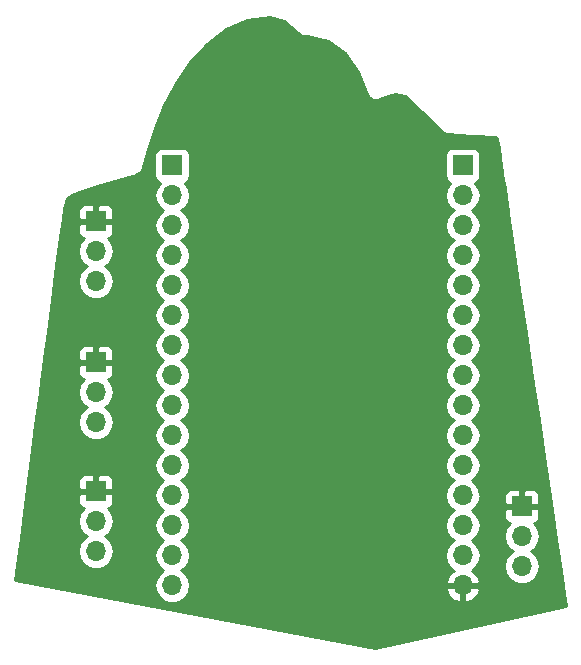
<source format=gtl>
G04 #@! TF.GenerationSoftware,KiCad,Pcbnew,(5.0.0-3-g5ebb6b6)*
G04 #@! TF.CreationDate,2018-08-30T21:54:11-04:00*
G04 #@! TF.ProjectId,PCB,5043422E6B696361645F706362000000,rev?*
G04 #@! TF.SameCoordinates,Original*
G04 #@! TF.FileFunction,Copper,L1,Top,Signal*
G04 #@! TF.FilePolarity,Positive*
%FSLAX46Y46*%
G04 Gerber Fmt 4.6, Leading zero omitted, Abs format (unit mm)*
G04 Created by KiCad (PCBNEW (5.0.0-3-g5ebb6b6)) date Thursday, August 30, 2018 at 09:54:11 PM*
%MOMM*%
%LPD*%
G01*
G04 APERTURE LIST*
G04 #@! TA.AperFunction,ComponentPad*
%ADD10O,1.700000X1.700000*%
G04 #@! TD*
G04 #@! TA.AperFunction,ComponentPad*
%ADD11R,1.700000X1.700000*%
G04 #@! TD*
G04 #@! TA.AperFunction,Conductor*
%ADD12C,0.254000*%
G04 #@! TD*
G04 APERTURE END LIST*
D10*
G04 #@! TO.P,U1,15*
G04 #@! TO.N,VCC*
X87954000Y-139796000D03*
G04 #@! TO.P,U1,14*
G04 #@! TO.N,GND*
X87954000Y-137256000D03*
G04 #@! TO.P,U1,13*
G04 #@! TO.N,Net-(U1-Pad13)*
X87954000Y-134716000D03*
G04 #@! TO.P,U1,12*
G04 #@! TO.N,Net-(U1-Pad12)*
X87954000Y-132176000D03*
G04 #@! TO.P,U1,11*
G04 #@! TO.N,Net-(U1-Pad11)*
X87954000Y-129636000D03*
G04 #@! TO.P,U1,10*
G04 #@! TO.N,GND*
X87954000Y-127096000D03*
G04 #@! TO.P,U1,9*
G04 #@! TO.N,Net-(U1-Pad9)*
X87954000Y-124556000D03*
G04 #@! TO.P,U1,8*
G04 #@! TO.N,Net-(U1-Pad8)*
X87954000Y-122016000D03*
G04 #@! TO.P,U1,7*
G04 #@! TO.N,Net-(U1-Pad7)*
X87954000Y-119476000D03*
G04 #@! TO.P,U1,6*
G04 #@! TO.N,Net-(U1-Pad6)*
X87954000Y-116936000D03*
G04 #@! TO.P,U1,5*
G04 #@! TO.N,Net-(U1-Pad5)*
X87954000Y-114396000D03*
G04 #@! TO.P,U1,4*
G04 #@! TO.N,Net-(U1-Pad4)*
X87954000Y-111856000D03*
G04 #@! TO.P,U1,3*
G04 #@! TO.N,Net-(U1-Pad3)*
X87954000Y-109316000D03*
G04 #@! TO.P,U1,2*
G04 #@! TO.N,GND*
X87954000Y-106776000D03*
D11*
G04 #@! TO.P,U1,1*
G04 #@! TO.N,Net-(U1-Pad1)*
X87954000Y-104236000D03*
D10*
G04 #@! TO.P,U1,29*
G04 #@! TO.N,GND*
X63354000Y-137256000D03*
G04 #@! TO.P,U1,28*
G04 #@! TO.N,Net-(U1-Pad28)*
X63354000Y-134716000D03*
G04 #@! TO.P,U1,27*
G04 #@! TO.N,Net-(U1-Pad27)*
X63354000Y-132176000D03*
G04 #@! TO.P,U1,26*
G04 #@! TO.N,Net-(U1-Pad26)*
X63354000Y-129636000D03*
G04 #@! TO.P,U1,25*
G04 #@! TO.N,Net-(U1-Pad25)*
X63354000Y-127096000D03*
G04 #@! TO.P,U1,18*
G04 #@! TO.N,/FLOW3*
X63354000Y-109316000D03*
G04 #@! TO.P,U1,17*
G04 #@! TO.N,/FLOW2*
X63354000Y-106776000D03*
D11*
G04 #@! TO.P,U1,16*
G04 #@! TO.N,/FLOW1*
X63354000Y-104236000D03*
D10*
G04 #@! TO.P,U1,20*
G04 #@! TO.N,Net-(U1-Pad20)*
X63354000Y-114396000D03*
G04 #@! TO.P,U1,19*
G04 #@! TO.N,/FLOW4*
X63354000Y-111856000D03*
G04 #@! TO.P,U1,30*
G04 #@! TO.N,Net-(U1-Pad30)*
X63354000Y-139796000D03*
G04 #@! TO.P,U1,24*
G04 #@! TO.N,Net-(U1-Pad24)*
X63354000Y-124556000D03*
G04 #@! TO.P,U1,23*
G04 #@! TO.N,Net-(U1-Pad23)*
X63354000Y-122016000D03*
G04 #@! TO.P,U1,22*
G04 #@! TO.N,GND*
X63354000Y-119476000D03*
G04 #@! TO.P,U1,21*
G04 #@! TO.N,Net-(U1-Pad21)*
X63354000Y-116936000D03*
G04 #@! TD*
G04 #@! TO.P,J1,3*
G04 #@! TO.N,GND*
X56896000Y-114046000D03*
G04 #@! TO.P,J1,2*
G04 #@! TO.N,/FLOW1*
X56896000Y-111506000D03*
D11*
G04 #@! TO.P,J1,1*
G04 #@! TO.N,VCC*
X56896000Y-108966000D03*
G04 #@! TD*
D10*
G04 #@! TO.P,J2,3*
G04 #@! TO.N,GND*
X56896000Y-125984000D03*
G04 #@! TO.P,J2,2*
G04 #@! TO.N,/FLOW2*
X56896000Y-123444000D03*
D11*
G04 #@! TO.P,J2,1*
G04 #@! TO.N,VCC*
X56896000Y-120904000D03*
G04 #@! TD*
G04 #@! TO.P,J3,1*
G04 #@! TO.N,VCC*
X56896000Y-131826000D03*
D10*
G04 #@! TO.P,J3,2*
G04 #@! TO.N,/FLOW3*
X56896000Y-134366000D03*
G04 #@! TO.P,J3,3*
G04 #@! TO.N,GND*
X56896000Y-136906000D03*
G04 #@! TD*
D11*
G04 #@! TO.P,J4,1*
G04 #@! TO.N,VCC*
X92964000Y-133096000D03*
D10*
G04 #@! TO.P,J4,2*
G04 #@! TO.N,/FLOW4*
X92964000Y-135636000D03*
G04 #@! TO.P,J4,3*
G04 #@! TO.N,GND*
X92964000Y-138176000D03*
G04 #@! TD*
D12*
G04 #@! TO.N,VCC*
G36*
X72815418Y-91969837D02*
X74036038Y-93043224D01*
X74062770Y-93083231D01*
X74140894Y-93135432D01*
X74158054Y-93150522D01*
X74198765Y-93174100D01*
X74297015Y-93239749D01*
X74320016Y-93244324D01*
X74340309Y-93256077D01*
X74457434Y-93271658D01*
X74503583Y-93280838D01*
X74526437Y-93280838D01*
X74619573Y-93293228D01*
X74666065Y-93280838D01*
X74760457Y-93280838D01*
X76575764Y-93681246D01*
X77961664Y-94722909D01*
X79066144Y-96301457D01*
X79869375Y-98167883D01*
X79872042Y-98196592D01*
X79924698Y-98296434D01*
X79941226Y-98334839D01*
X79957176Y-98358016D01*
X80003465Y-98445785D01*
X80036376Y-98473101D01*
X80060626Y-98508339D01*
X80143892Y-98562340D01*
X80220246Y-98625714D01*
X80261105Y-98638356D01*
X80296994Y-98661632D01*
X80394584Y-98679658D01*
X80489382Y-98708990D01*
X80531970Y-98705034D01*
X80574032Y-98712803D01*
X80671094Y-98692110D01*
X80699093Y-98689509D01*
X80739143Y-98677602D01*
X80849565Y-98654061D01*
X80873323Y-98637711D01*
X82258330Y-98225954D01*
X83062613Y-98315319D01*
X84647878Y-99865907D01*
X86074891Y-101287674D01*
X86096807Y-101326268D01*
X86173834Y-101386253D01*
X86192634Y-101404984D01*
X86228755Y-101429023D01*
X86319081Y-101499365D01*
X86345315Y-101506596D01*
X86367970Y-101521673D01*
X86480307Y-101543803D01*
X86522125Y-101555329D01*
X86548585Y-101557253D01*
X86644382Y-101576125D01*
X86687900Y-101567385D01*
X88643901Y-101709641D01*
X88645705Y-101710128D01*
X88713393Y-101714695D01*
X88781154Y-101719623D01*
X88783011Y-101719392D01*
X90754245Y-101852391D01*
X90868912Y-101956635D01*
X90896402Y-102143224D01*
X90896396Y-102143349D01*
X90906590Y-102212375D01*
X90916715Y-102281099D01*
X90916757Y-102281216D01*
X91091925Y-103467318D01*
X91091924Y-103467348D01*
X91102998Y-103542292D01*
X91112301Y-103605285D01*
X91112309Y-103605309D01*
X91391082Y-105491931D01*
X91391081Y-105491944D01*
X91400339Y-105554582D01*
X91411470Y-105629911D01*
X91411474Y-105629921D01*
X91776510Y-108099777D01*
X91776510Y-108099785D01*
X91787251Y-108172449D01*
X91796904Y-108237761D01*
X91796906Y-108237766D01*
X92230852Y-111173495D01*
X92230852Y-111173502D01*
X92757149Y-114733707D01*
X92757150Y-114733711D01*
X93297248Y-118387063D01*
X93297250Y-118387067D01*
X93854188Y-122154177D01*
X93854189Y-122154180D01*
X94390211Y-125779691D01*
X94390211Y-125779692D01*
X94928760Y-129422201D01*
X94928760Y-129422204D01*
X95432077Y-132826355D01*
X95882806Y-135874771D01*
X96283990Y-138588066D01*
X96283991Y-138588070D01*
X96557065Y-140434903D01*
X96557065Y-140434904D01*
X96725868Y-141576530D01*
X80554334Y-145062860D01*
X50076589Y-139353650D01*
X50246962Y-138034617D01*
X50535891Y-135798885D01*
X50721183Y-134366000D01*
X55381908Y-134366000D01*
X55497161Y-134945418D01*
X55825375Y-135436625D01*
X56123761Y-135636000D01*
X55825375Y-135835375D01*
X55497161Y-136326582D01*
X55381908Y-136906000D01*
X55497161Y-137485418D01*
X55825375Y-137976625D01*
X56316582Y-138304839D01*
X56749744Y-138391000D01*
X57042256Y-138391000D01*
X57475418Y-138304839D01*
X57966625Y-137976625D01*
X58294839Y-137485418D01*
X58410092Y-136906000D01*
X58294839Y-136326582D01*
X57966625Y-135835375D01*
X57668239Y-135636000D01*
X57966625Y-135436625D01*
X58294839Y-134945418D01*
X58410092Y-134366000D01*
X58294839Y-133786582D01*
X57966625Y-133295375D01*
X57944967Y-133280904D01*
X58105698Y-133214327D01*
X58284327Y-133035699D01*
X58381000Y-132802310D01*
X58381000Y-132111750D01*
X58222250Y-131953000D01*
X57023000Y-131953000D01*
X57023000Y-131973000D01*
X56769000Y-131973000D01*
X56769000Y-131953000D01*
X55569750Y-131953000D01*
X55411000Y-132111750D01*
X55411000Y-132802310D01*
X55507673Y-133035699D01*
X55686302Y-133214327D01*
X55847033Y-133280904D01*
X55825375Y-133295375D01*
X55497161Y-133786582D01*
X55381908Y-134366000D01*
X50721183Y-134366000D01*
X50901836Y-132969000D01*
X51176109Y-130849690D01*
X55411000Y-130849690D01*
X55411000Y-131540250D01*
X55569750Y-131699000D01*
X56769000Y-131699000D01*
X56769000Y-130499750D01*
X57023000Y-130499750D01*
X57023000Y-131699000D01*
X58222250Y-131699000D01*
X58381000Y-131540250D01*
X58381000Y-130849690D01*
X58284327Y-130616301D01*
X58105698Y-130437673D01*
X57872309Y-130341000D01*
X57181750Y-130341000D01*
X57023000Y-130499750D01*
X56769000Y-130499750D01*
X56610250Y-130341000D01*
X55919691Y-130341000D01*
X55686302Y-130437673D01*
X55507673Y-130616301D01*
X55411000Y-130849690D01*
X51176109Y-130849690D01*
X51324119Y-129706017D01*
X51781525Y-126175107D01*
X52135776Y-123444000D01*
X55381908Y-123444000D01*
X55497161Y-124023418D01*
X55825375Y-124514625D01*
X56123761Y-124714000D01*
X55825375Y-124913375D01*
X55497161Y-125404582D01*
X55381908Y-125984000D01*
X55497161Y-126563418D01*
X55825375Y-127054625D01*
X56316582Y-127382839D01*
X56749744Y-127469000D01*
X57042256Y-127469000D01*
X57475418Y-127382839D01*
X57966625Y-127054625D01*
X58294839Y-126563418D01*
X58410092Y-125984000D01*
X58294839Y-125404582D01*
X57966625Y-124913375D01*
X57668239Y-124714000D01*
X57966625Y-124514625D01*
X58294839Y-124023418D01*
X58410092Y-123444000D01*
X58294839Y-122864582D01*
X57966625Y-122373375D01*
X57944967Y-122358904D01*
X58105698Y-122292327D01*
X58284327Y-122113699D01*
X58381000Y-121880310D01*
X58381000Y-121189750D01*
X58222250Y-121031000D01*
X57023000Y-121031000D01*
X57023000Y-121051000D01*
X56769000Y-121051000D01*
X56769000Y-121031000D01*
X55569750Y-121031000D01*
X55411000Y-121189750D01*
X55411000Y-121880310D01*
X55507673Y-122113699D01*
X55686302Y-122292327D01*
X55847033Y-122358904D01*
X55825375Y-122373375D01*
X55497161Y-122864582D01*
X55381908Y-123444000D01*
X52135776Y-123444000D01*
X52253605Y-122535599D01*
X52592460Y-119927690D01*
X55411000Y-119927690D01*
X55411000Y-120618250D01*
X55569750Y-120777000D01*
X56769000Y-120777000D01*
X56769000Y-119577750D01*
X57023000Y-119577750D01*
X57023000Y-120777000D01*
X58222250Y-120777000D01*
X58381000Y-120618250D01*
X58381000Y-119927690D01*
X58284327Y-119694301D01*
X58105698Y-119515673D01*
X57872309Y-119419000D01*
X57181750Y-119419000D01*
X57023000Y-119577750D01*
X56769000Y-119577750D01*
X56610250Y-119419000D01*
X55919691Y-119419000D01*
X55686302Y-119515673D01*
X55507673Y-119694301D01*
X55411000Y-119927690D01*
X52592460Y-119927690D01*
X52717897Y-118962298D01*
X53152877Y-115622792D01*
X53537554Y-112680561D01*
X53692120Y-111506000D01*
X55381908Y-111506000D01*
X55497161Y-112085418D01*
X55825375Y-112576625D01*
X56123761Y-112776000D01*
X55825375Y-112975375D01*
X55497161Y-113466582D01*
X55381908Y-114046000D01*
X55497161Y-114625418D01*
X55825375Y-115116625D01*
X56316582Y-115444839D01*
X56749744Y-115531000D01*
X57042256Y-115531000D01*
X57475418Y-115444839D01*
X57966625Y-115116625D01*
X58294839Y-114625418D01*
X58410092Y-114046000D01*
X58294839Y-113466582D01*
X57966625Y-112975375D01*
X57668239Y-112776000D01*
X57966625Y-112576625D01*
X58294839Y-112085418D01*
X58410092Y-111506000D01*
X58294839Y-110926582D01*
X57966625Y-110435375D01*
X57944967Y-110420904D01*
X58105698Y-110354327D01*
X58284327Y-110175699D01*
X58381000Y-109942310D01*
X58381000Y-109251750D01*
X58222250Y-109093000D01*
X57023000Y-109093000D01*
X57023000Y-109113000D01*
X56769000Y-109113000D01*
X56769000Y-109093000D01*
X55569750Y-109093000D01*
X55411000Y-109251750D01*
X55411000Y-109942310D01*
X55507673Y-110175699D01*
X55686302Y-110354327D01*
X55847033Y-110420904D01*
X55825375Y-110435375D01*
X55497161Y-110926582D01*
X55381908Y-111506000D01*
X53692120Y-111506000D01*
X53850491Y-110302533D01*
X54069829Y-108658795D01*
X54163776Y-107989690D01*
X55411000Y-107989690D01*
X55411000Y-108680250D01*
X55569750Y-108839000D01*
X56769000Y-108839000D01*
X56769000Y-107639750D01*
X57023000Y-107639750D01*
X57023000Y-108839000D01*
X58222250Y-108839000D01*
X58381000Y-108680250D01*
X58381000Y-107989690D01*
X58284327Y-107756301D01*
X58105698Y-107577673D01*
X57872309Y-107481000D01*
X57181750Y-107481000D01*
X57023000Y-107639750D01*
X56769000Y-107639750D01*
X56610250Y-107481000D01*
X55919691Y-107481000D01*
X55686302Y-107577673D01*
X55507673Y-107756301D01*
X55411000Y-107989690D01*
X54163776Y-107989690D01*
X54168387Y-107956855D01*
X54437743Y-106967875D01*
X54863571Y-106776000D01*
X61839908Y-106776000D01*
X61955161Y-107355418D01*
X62283375Y-107846625D01*
X62581761Y-108046000D01*
X62283375Y-108245375D01*
X61955161Y-108736582D01*
X61839908Y-109316000D01*
X61955161Y-109895418D01*
X62283375Y-110386625D01*
X62581761Y-110586000D01*
X62283375Y-110785375D01*
X61955161Y-111276582D01*
X61839908Y-111856000D01*
X61955161Y-112435418D01*
X62283375Y-112926625D01*
X62581761Y-113126000D01*
X62283375Y-113325375D01*
X61955161Y-113816582D01*
X61839908Y-114396000D01*
X61955161Y-114975418D01*
X62283375Y-115466625D01*
X62581761Y-115666000D01*
X62283375Y-115865375D01*
X61955161Y-116356582D01*
X61839908Y-116936000D01*
X61955161Y-117515418D01*
X62283375Y-118006625D01*
X62581761Y-118206000D01*
X62283375Y-118405375D01*
X61955161Y-118896582D01*
X61839908Y-119476000D01*
X61955161Y-120055418D01*
X62283375Y-120546625D01*
X62581761Y-120746000D01*
X62283375Y-120945375D01*
X61955161Y-121436582D01*
X61839908Y-122016000D01*
X61955161Y-122595418D01*
X62283375Y-123086625D01*
X62581761Y-123286000D01*
X62283375Y-123485375D01*
X61955161Y-123976582D01*
X61839908Y-124556000D01*
X61955161Y-125135418D01*
X62283375Y-125626625D01*
X62581761Y-125826000D01*
X62283375Y-126025375D01*
X61955161Y-126516582D01*
X61839908Y-127096000D01*
X61955161Y-127675418D01*
X62283375Y-128166625D01*
X62581761Y-128366000D01*
X62283375Y-128565375D01*
X61955161Y-129056582D01*
X61839908Y-129636000D01*
X61955161Y-130215418D01*
X62283375Y-130706625D01*
X62581761Y-130906000D01*
X62283375Y-131105375D01*
X61955161Y-131596582D01*
X61839908Y-132176000D01*
X61955161Y-132755418D01*
X62283375Y-133246625D01*
X62581761Y-133446000D01*
X62283375Y-133645375D01*
X61955161Y-134136582D01*
X61839908Y-134716000D01*
X61955161Y-135295418D01*
X62283375Y-135786625D01*
X62581761Y-135986000D01*
X62283375Y-136185375D01*
X61955161Y-136676582D01*
X61839908Y-137256000D01*
X61955161Y-137835418D01*
X62283375Y-138326625D01*
X62581761Y-138526000D01*
X62283375Y-138725375D01*
X61955161Y-139216582D01*
X61839908Y-139796000D01*
X61955161Y-140375418D01*
X62283375Y-140866625D01*
X62774582Y-141194839D01*
X63207744Y-141281000D01*
X63500256Y-141281000D01*
X63933418Y-141194839D01*
X64424625Y-140866625D01*
X64752839Y-140375418D01*
X64797102Y-140152890D01*
X86512524Y-140152890D01*
X86682355Y-140562924D01*
X87072642Y-140991183D01*
X87597108Y-141237486D01*
X87827000Y-141116819D01*
X87827000Y-139923000D01*
X88081000Y-139923000D01*
X88081000Y-141116819D01*
X88310892Y-141237486D01*
X88835358Y-140991183D01*
X89225645Y-140562924D01*
X89395476Y-140152890D01*
X89274155Y-139923000D01*
X88081000Y-139923000D01*
X87827000Y-139923000D01*
X86633845Y-139923000D01*
X86512524Y-140152890D01*
X64797102Y-140152890D01*
X64868092Y-139796000D01*
X64752839Y-139216582D01*
X64424625Y-138725375D01*
X64126239Y-138526000D01*
X64424625Y-138326625D01*
X64752839Y-137835418D01*
X64868092Y-137256000D01*
X64752839Y-136676582D01*
X64424625Y-136185375D01*
X64126239Y-135986000D01*
X64424625Y-135786625D01*
X64752839Y-135295418D01*
X64868092Y-134716000D01*
X64752839Y-134136582D01*
X64424625Y-133645375D01*
X64126239Y-133446000D01*
X64424625Y-133246625D01*
X64752839Y-132755418D01*
X64868092Y-132176000D01*
X64752839Y-131596582D01*
X64424625Y-131105375D01*
X64126239Y-130906000D01*
X64424625Y-130706625D01*
X64752839Y-130215418D01*
X64868092Y-129636000D01*
X64752839Y-129056582D01*
X64424625Y-128565375D01*
X64126239Y-128366000D01*
X64424625Y-128166625D01*
X64752839Y-127675418D01*
X64868092Y-127096000D01*
X64752839Y-126516582D01*
X64424625Y-126025375D01*
X64126239Y-125826000D01*
X64424625Y-125626625D01*
X64752839Y-125135418D01*
X64868092Y-124556000D01*
X64752839Y-123976582D01*
X64424625Y-123485375D01*
X64126239Y-123286000D01*
X64424625Y-123086625D01*
X64752839Y-122595418D01*
X64868092Y-122016000D01*
X64752839Y-121436582D01*
X64424625Y-120945375D01*
X64126239Y-120746000D01*
X64424625Y-120546625D01*
X64752839Y-120055418D01*
X64868092Y-119476000D01*
X64752839Y-118896582D01*
X64424625Y-118405375D01*
X64126239Y-118206000D01*
X64424625Y-118006625D01*
X64752839Y-117515418D01*
X64868092Y-116936000D01*
X64752839Y-116356582D01*
X64424625Y-115865375D01*
X64126239Y-115666000D01*
X64424625Y-115466625D01*
X64752839Y-114975418D01*
X64868092Y-114396000D01*
X64752839Y-113816582D01*
X64424625Y-113325375D01*
X64126239Y-113126000D01*
X64424625Y-112926625D01*
X64752839Y-112435418D01*
X64868092Y-111856000D01*
X64752839Y-111276582D01*
X64424625Y-110785375D01*
X64126239Y-110586000D01*
X64424625Y-110386625D01*
X64752839Y-109895418D01*
X64868092Y-109316000D01*
X64752839Y-108736582D01*
X64424625Y-108245375D01*
X64126239Y-108046000D01*
X64424625Y-107846625D01*
X64752839Y-107355418D01*
X64868092Y-106776000D01*
X86439908Y-106776000D01*
X86555161Y-107355418D01*
X86883375Y-107846625D01*
X87181761Y-108046000D01*
X86883375Y-108245375D01*
X86555161Y-108736582D01*
X86439908Y-109316000D01*
X86555161Y-109895418D01*
X86883375Y-110386625D01*
X87181761Y-110586000D01*
X86883375Y-110785375D01*
X86555161Y-111276582D01*
X86439908Y-111856000D01*
X86555161Y-112435418D01*
X86883375Y-112926625D01*
X87181761Y-113126000D01*
X86883375Y-113325375D01*
X86555161Y-113816582D01*
X86439908Y-114396000D01*
X86555161Y-114975418D01*
X86883375Y-115466625D01*
X87181761Y-115666000D01*
X86883375Y-115865375D01*
X86555161Y-116356582D01*
X86439908Y-116936000D01*
X86555161Y-117515418D01*
X86883375Y-118006625D01*
X87181761Y-118206000D01*
X86883375Y-118405375D01*
X86555161Y-118896582D01*
X86439908Y-119476000D01*
X86555161Y-120055418D01*
X86883375Y-120546625D01*
X87181761Y-120746000D01*
X86883375Y-120945375D01*
X86555161Y-121436582D01*
X86439908Y-122016000D01*
X86555161Y-122595418D01*
X86883375Y-123086625D01*
X87181761Y-123286000D01*
X86883375Y-123485375D01*
X86555161Y-123976582D01*
X86439908Y-124556000D01*
X86555161Y-125135418D01*
X86883375Y-125626625D01*
X87181761Y-125826000D01*
X86883375Y-126025375D01*
X86555161Y-126516582D01*
X86439908Y-127096000D01*
X86555161Y-127675418D01*
X86883375Y-128166625D01*
X87181761Y-128366000D01*
X86883375Y-128565375D01*
X86555161Y-129056582D01*
X86439908Y-129636000D01*
X86555161Y-130215418D01*
X86883375Y-130706625D01*
X87181761Y-130906000D01*
X86883375Y-131105375D01*
X86555161Y-131596582D01*
X86439908Y-132176000D01*
X86555161Y-132755418D01*
X86883375Y-133246625D01*
X87181761Y-133446000D01*
X86883375Y-133645375D01*
X86555161Y-134136582D01*
X86439908Y-134716000D01*
X86555161Y-135295418D01*
X86883375Y-135786625D01*
X87181761Y-135986000D01*
X86883375Y-136185375D01*
X86555161Y-136676582D01*
X86439908Y-137256000D01*
X86555161Y-137835418D01*
X86883375Y-138326625D01*
X87202478Y-138539843D01*
X87072642Y-138600817D01*
X86682355Y-139029076D01*
X86512524Y-139439110D01*
X86633845Y-139669000D01*
X87827000Y-139669000D01*
X87827000Y-139649000D01*
X88081000Y-139649000D01*
X88081000Y-139669000D01*
X89274155Y-139669000D01*
X89395476Y-139439110D01*
X89225645Y-139029076D01*
X88835358Y-138600817D01*
X88705522Y-138539843D01*
X89024625Y-138326625D01*
X89352839Y-137835418D01*
X89468092Y-137256000D01*
X89352839Y-136676582D01*
X89024625Y-136185375D01*
X88726239Y-135986000D01*
X89024625Y-135786625D01*
X89125269Y-135636000D01*
X91449908Y-135636000D01*
X91565161Y-136215418D01*
X91893375Y-136706625D01*
X92191761Y-136906000D01*
X91893375Y-137105375D01*
X91565161Y-137596582D01*
X91449908Y-138176000D01*
X91565161Y-138755418D01*
X91893375Y-139246625D01*
X92384582Y-139574839D01*
X92817744Y-139661000D01*
X93110256Y-139661000D01*
X93543418Y-139574839D01*
X94034625Y-139246625D01*
X94362839Y-138755418D01*
X94478092Y-138176000D01*
X94362839Y-137596582D01*
X94034625Y-137105375D01*
X93736239Y-136906000D01*
X94034625Y-136706625D01*
X94362839Y-136215418D01*
X94478092Y-135636000D01*
X94362839Y-135056582D01*
X94034625Y-134565375D01*
X94012967Y-134550904D01*
X94173698Y-134484327D01*
X94352327Y-134305699D01*
X94449000Y-134072310D01*
X94449000Y-133381750D01*
X94290250Y-133223000D01*
X93091000Y-133223000D01*
X93091000Y-133243000D01*
X92837000Y-133243000D01*
X92837000Y-133223000D01*
X91637750Y-133223000D01*
X91479000Y-133381750D01*
X91479000Y-134072310D01*
X91575673Y-134305699D01*
X91754302Y-134484327D01*
X91915033Y-134550904D01*
X91893375Y-134565375D01*
X91565161Y-135056582D01*
X91449908Y-135636000D01*
X89125269Y-135636000D01*
X89352839Y-135295418D01*
X89468092Y-134716000D01*
X89352839Y-134136582D01*
X89024625Y-133645375D01*
X88726239Y-133446000D01*
X89024625Y-133246625D01*
X89352839Y-132755418D01*
X89468092Y-132176000D01*
X89456892Y-132119690D01*
X91479000Y-132119690D01*
X91479000Y-132810250D01*
X91637750Y-132969000D01*
X92837000Y-132969000D01*
X92837000Y-131769750D01*
X93091000Y-131769750D01*
X93091000Y-132969000D01*
X94290250Y-132969000D01*
X94449000Y-132810250D01*
X94449000Y-132119690D01*
X94352327Y-131886301D01*
X94173698Y-131707673D01*
X93940309Y-131611000D01*
X93249750Y-131611000D01*
X93091000Y-131769750D01*
X92837000Y-131769750D01*
X92678250Y-131611000D01*
X91987691Y-131611000D01*
X91754302Y-131707673D01*
X91575673Y-131886301D01*
X91479000Y-132119690D01*
X89456892Y-132119690D01*
X89352839Y-131596582D01*
X89024625Y-131105375D01*
X88726239Y-130906000D01*
X89024625Y-130706625D01*
X89352839Y-130215418D01*
X89468092Y-129636000D01*
X89352839Y-129056582D01*
X89024625Y-128565375D01*
X88726239Y-128366000D01*
X89024625Y-128166625D01*
X89352839Y-127675418D01*
X89468092Y-127096000D01*
X89352839Y-126516582D01*
X89024625Y-126025375D01*
X88726239Y-125826000D01*
X89024625Y-125626625D01*
X89352839Y-125135418D01*
X89468092Y-124556000D01*
X89352839Y-123976582D01*
X89024625Y-123485375D01*
X88726239Y-123286000D01*
X89024625Y-123086625D01*
X89352839Y-122595418D01*
X89468092Y-122016000D01*
X89352839Y-121436582D01*
X89024625Y-120945375D01*
X88726239Y-120746000D01*
X89024625Y-120546625D01*
X89352839Y-120055418D01*
X89468092Y-119476000D01*
X89352839Y-118896582D01*
X89024625Y-118405375D01*
X88726239Y-118206000D01*
X89024625Y-118006625D01*
X89352839Y-117515418D01*
X89468092Y-116936000D01*
X89352839Y-116356582D01*
X89024625Y-115865375D01*
X88726239Y-115666000D01*
X89024625Y-115466625D01*
X89352839Y-114975418D01*
X89468092Y-114396000D01*
X89352839Y-113816582D01*
X89024625Y-113325375D01*
X88726239Y-113126000D01*
X89024625Y-112926625D01*
X89352839Y-112435418D01*
X89468092Y-111856000D01*
X89352839Y-111276582D01*
X89024625Y-110785375D01*
X88726239Y-110586000D01*
X89024625Y-110386625D01*
X89352839Y-109895418D01*
X89468092Y-109316000D01*
X89352839Y-108736582D01*
X89024625Y-108245375D01*
X88726239Y-108046000D01*
X89024625Y-107846625D01*
X89352839Y-107355418D01*
X89468092Y-106776000D01*
X89352839Y-106196582D01*
X89024625Y-105705375D01*
X89006381Y-105693184D01*
X89051765Y-105684157D01*
X89261809Y-105543809D01*
X89402157Y-105333765D01*
X89451440Y-105086000D01*
X89451440Y-103386000D01*
X89402157Y-103138235D01*
X89261809Y-102928191D01*
X89051765Y-102787843D01*
X88804000Y-102738560D01*
X87104000Y-102738560D01*
X86856235Y-102787843D01*
X86646191Y-102928191D01*
X86505843Y-103138235D01*
X86456560Y-103386000D01*
X86456560Y-105086000D01*
X86505843Y-105333765D01*
X86646191Y-105543809D01*
X86856235Y-105684157D01*
X86901619Y-105693184D01*
X86883375Y-105705375D01*
X86555161Y-106196582D01*
X86439908Y-106776000D01*
X64868092Y-106776000D01*
X64752839Y-106196582D01*
X64424625Y-105705375D01*
X64406381Y-105693184D01*
X64451765Y-105684157D01*
X64661809Y-105543809D01*
X64802157Y-105333765D01*
X64851440Y-105086000D01*
X64851440Y-103386000D01*
X64802157Y-103138235D01*
X64661809Y-102928191D01*
X64451765Y-102787843D01*
X64204000Y-102738560D01*
X62504000Y-102738560D01*
X62256235Y-102787843D01*
X62046191Y-102928191D01*
X61905843Y-103138235D01*
X61856560Y-103386000D01*
X61856560Y-105086000D01*
X61905843Y-105333765D01*
X62046191Y-105543809D01*
X62256235Y-105684157D01*
X62301619Y-105693184D01*
X62283375Y-105705375D01*
X61955161Y-106196582D01*
X61839908Y-106776000D01*
X54863571Y-106776000D01*
X55489918Y-106493773D01*
X56973289Y-106017166D01*
X60252757Y-105005247D01*
X60262780Y-105005910D01*
X60386917Y-104963851D01*
X60444389Y-104946117D01*
X60453003Y-104941460D01*
X60529605Y-104915506D01*
X60575718Y-104875113D01*
X60629660Y-104845949D01*
X60680683Y-104783169D01*
X60741524Y-104729875D01*
X60768672Y-104674905D01*
X60807343Y-104627323D01*
X60830455Y-104549803D01*
X60834786Y-104541034D01*
X60850368Y-104483014D01*
X60887837Y-104357342D01*
X60886804Y-104347346D01*
X61287879Y-102853961D01*
X61897665Y-101043529D01*
X62696357Y-99134400D01*
X63690881Y-97238683D01*
X64885473Y-95467669D01*
X66280705Y-93929735D01*
X67875127Y-92725152D01*
X69675033Y-91940654D01*
X71666025Y-91663915D01*
X72815418Y-91969837D01*
X72815418Y-91969837D01*
G37*
X72815418Y-91969837D02*
X74036038Y-93043224D01*
X74062770Y-93083231D01*
X74140894Y-93135432D01*
X74158054Y-93150522D01*
X74198765Y-93174100D01*
X74297015Y-93239749D01*
X74320016Y-93244324D01*
X74340309Y-93256077D01*
X74457434Y-93271658D01*
X74503583Y-93280838D01*
X74526437Y-93280838D01*
X74619573Y-93293228D01*
X74666065Y-93280838D01*
X74760457Y-93280838D01*
X76575764Y-93681246D01*
X77961664Y-94722909D01*
X79066144Y-96301457D01*
X79869375Y-98167883D01*
X79872042Y-98196592D01*
X79924698Y-98296434D01*
X79941226Y-98334839D01*
X79957176Y-98358016D01*
X80003465Y-98445785D01*
X80036376Y-98473101D01*
X80060626Y-98508339D01*
X80143892Y-98562340D01*
X80220246Y-98625714D01*
X80261105Y-98638356D01*
X80296994Y-98661632D01*
X80394584Y-98679658D01*
X80489382Y-98708990D01*
X80531970Y-98705034D01*
X80574032Y-98712803D01*
X80671094Y-98692110D01*
X80699093Y-98689509D01*
X80739143Y-98677602D01*
X80849565Y-98654061D01*
X80873323Y-98637711D01*
X82258330Y-98225954D01*
X83062613Y-98315319D01*
X84647878Y-99865907D01*
X86074891Y-101287674D01*
X86096807Y-101326268D01*
X86173834Y-101386253D01*
X86192634Y-101404984D01*
X86228755Y-101429023D01*
X86319081Y-101499365D01*
X86345315Y-101506596D01*
X86367970Y-101521673D01*
X86480307Y-101543803D01*
X86522125Y-101555329D01*
X86548585Y-101557253D01*
X86644382Y-101576125D01*
X86687900Y-101567385D01*
X88643901Y-101709641D01*
X88645705Y-101710128D01*
X88713393Y-101714695D01*
X88781154Y-101719623D01*
X88783011Y-101719392D01*
X90754245Y-101852391D01*
X90868912Y-101956635D01*
X90896402Y-102143224D01*
X90896396Y-102143349D01*
X90906590Y-102212375D01*
X90916715Y-102281099D01*
X90916757Y-102281216D01*
X91091925Y-103467318D01*
X91091924Y-103467348D01*
X91102998Y-103542292D01*
X91112301Y-103605285D01*
X91112309Y-103605309D01*
X91391082Y-105491931D01*
X91391081Y-105491944D01*
X91400339Y-105554582D01*
X91411470Y-105629911D01*
X91411474Y-105629921D01*
X91776510Y-108099777D01*
X91776510Y-108099785D01*
X91787251Y-108172449D01*
X91796904Y-108237761D01*
X91796906Y-108237766D01*
X92230852Y-111173495D01*
X92230852Y-111173502D01*
X92757149Y-114733707D01*
X92757150Y-114733711D01*
X93297248Y-118387063D01*
X93297250Y-118387067D01*
X93854188Y-122154177D01*
X93854189Y-122154180D01*
X94390211Y-125779691D01*
X94390211Y-125779692D01*
X94928760Y-129422201D01*
X94928760Y-129422204D01*
X95432077Y-132826355D01*
X95882806Y-135874771D01*
X96283990Y-138588066D01*
X96283991Y-138588070D01*
X96557065Y-140434903D01*
X96557065Y-140434904D01*
X96725868Y-141576530D01*
X80554334Y-145062860D01*
X50076589Y-139353650D01*
X50246962Y-138034617D01*
X50535891Y-135798885D01*
X50721183Y-134366000D01*
X55381908Y-134366000D01*
X55497161Y-134945418D01*
X55825375Y-135436625D01*
X56123761Y-135636000D01*
X55825375Y-135835375D01*
X55497161Y-136326582D01*
X55381908Y-136906000D01*
X55497161Y-137485418D01*
X55825375Y-137976625D01*
X56316582Y-138304839D01*
X56749744Y-138391000D01*
X57042256Y-138391000D01*
X57475418Y-138304839D01*
X57966625Y-137976625D01*
X58294839Y-137485418D01*
X58410092Y-136906000D01*
X58294839Y-136326582D01*
X57966625Y-135835375D01*
X57668239Y-135636000D01*
X57966625Y-135436625D01*
X58294839Y-134945418D01*
X58410092Y-134366000D01*
X58294839Y-133786582D01*
X57966625Y-133295375D01*
X57944967Y-133280904D01*
X58105698Y-133214327D01*
X58284327Y-133035699D01*
X58381000Y-132802310D01*
X58381000Y-132111750D01*
X58222250Y-131953000D01*
X57023000Y-131953000D01*
X57023000Y-131973000D01*
X56769000Y-131973000D01*
X56769000Y-131953000D01*
X55569750Y-131953000D01*
X55411000Y-132111750D01*
X55411000Y-132802310D01*
X55507673Y-133035699D01*
X55686302Y-133214327D01*
X55847033Y-133280904D01*
X55825375Y-133295375D01*
X55497161Y-133786582D01*
X55381908Y-134366000D01*
X50721183Y-134366000D01*
X50901836Y-132969000D01*
X51176109Y-130849690D01*
X55411000Y-130849690D01*
X55411000Y-131540250D01*
X55569750Y-131699000D01*
X56769000Y-131699000D01*
X56769000Y-130499750D01*
X57023000Y-130499750D01*
X57023000Y-131699000D01*
X58222250Y-131699000D01*
X58381000Y-131540250D01*
X58381000Y-130849690D01*
X58284327Y-130616301D01*
X58105698Y-130437673D01*
X57872309Y-130341000D01*
X57181750Y-130341000D01*
X57023000Y-130499750D01*
X56769000Y-130499750D01*
X56610250Y-130341000D01*
X55919691Y-130341000D01*
X55686302Y-130437673D01*
X55507673Y-130616301D01*
X55411000Y-130849690D01*
X51176109Y-130849690D01*
X51324119Y-129706017D01*
X51781525Y-126175107D01*
X52135776Y-123444000D01*
X55381908Y-123444000D01*
X55497161Y-124023418D01*
X55825375Y-124514625D01*
X56123761Y-124714000D01*
X55825375Y-124913375D01*
X55497161Y-125404582D01*
X55381908Y-125984000D01*
X55497161Y-126563418D01*
X55825375Y-127054625D01*
X56316582Y-127382839D01*
X56749744Y-127469000D01*
X57042256Y-127469000D01*
X57475418Y-127382839D01*
X57966625Y-127054625D01*
X58294839Y-126563418D01*
X58410092Y-125984000D01*
X58294839Y-125404582D01*
X57966625Y-124913375D01*
X57668239Y-124714000D01*
X57966625Y-124514625D01*
X58294839Y-124023418D01*
X58410092Y-123444000D01*
X58294839Y-122864582D01*
X57966625Y-122373375D01*
X57944967Y-122358904D01*
X58105698Y-122292327D01*
X58284327Y-122113699D01*
X58381000Y-121880310D01*
X58381000Y-121189750D01*
X58222250Y-121031000D01*
X57023000Y-121031000D01*
X57023000Y-121051000D01*
X56769000Y-121051000D01*
X56769000Y-121031000D01*
X55569750Y-121031000D01*
X55411000Y-121189750D01*
X55411000Y-121880310D01*
X55507673Y-122113699D01*
X55686302Y-122292327D01*
X55847033Y-122358904D01*
X55825375Y-122373375D01*
X55497161Y-122864582D01*
X55381908Y-123444000D01*
X52135776Y-123444000D01*
X52253605Y-122535599D01*
X52592460Y-119927690D01*
X55411000Y-119927690D01*
X55411000Y-120618250D01*
X55569750Y-120777000D01*
X56769000Y-120777000D01*
X56769000Y-119577750D01*
X57023000Y-119577750D01*
X57023000Y-120777000D01*
X58222250Y-120777000D01*
X58381000Y-120618250D01*
X58381000Y-119927690D01*
X58284327Y-119694301D01*
X58105698Y-119515673D01*
X57872309Y-119419000D01*
X57181750Y-119419000D01*
X57023000Y-119577750D01*
X56769000Y-119577750D01*
X56610250Y-119419000D01*
X55919691Y-119419000D01*
X55686302Y-119515673D01*
X55507673Y-119694301D01*
X55411000Y-119927690D01*
X52592460Y-119927690D01*
X52717897Y-118962298D01*
X53152877Y-115622792D01*
X53537554Y-112680561D01*
X53692120Y-111506000D01*
X55381908Y-111506000D01*
X55497161Y-112085418D01*
X55825375Y-112576625D01*
X56123761Y-112776000D01*
X55825375Y-112975375D01*
X55497161Y-113466582D01*
X55381908Y-114046000D01*
X55497161Y-114625418D01*
X55825375Y-115116625D01*
X56316582Y-115444839D01*
X56749744Y-115531000D01*
X57042256Y-115531000D01*
X57475418Y-115444839D01*
X57966625Y-115116625D01*
X58294839Y-114625418D01*
X58410092Y-114046000D01*
X58294839Y-113466582D01*
X57966625Y-112975375D01*
X57668239Y-112776000D01*
X57966625Y-112576625D01*
X58294839Y-112085418D01*
X58410092Y-111506000D01*
X58294839Y-110926582D01*
X57966625Y-110435375D01*
X57944967Y-110420904D01*
X58105698Y-110354327D01*
X58284327Y-110175699D01*
X58381000Y-109942310D01*
X58381000Y-109251750D01*
X58222250Y-109093000D01*
X57023000Y-109093000D01*
X57023000Y-109113000D01*
X56769000Y-109113000D01*
X56769000Y-109093000D01*
X55569750Y-109093000D01*
X55411000Y-109251750D01*
X55411000Y-109942310D01*
X55507673Y-110175699D01*
X55686302Y-110354327D01*
X55847033Y-110420904D01*
X55825375Y-110435375D01*
X55497161Y-110926582D01*
X55381908Y-111506000D01*
X53692120Y-111506000D01*
X53850491Y-110302533D01*
X54069829Y-108658795D01*
X54163776Y-107989690D01*
X55411000Y-107989690D01*
X55411000Y-108680250D01*
X55569750Y-108839000D01*
X56769000Y-108839000D01*
X56769000Y-107639750D01*
X57023000Y-107639750D01*
X57023000Y-108839000D01*
X58222250Y-108839000D01*
X58381000Y-108680250D01*
X58381000Y-107989690D01*
X58284327Y-107756301D01*
X58105698Y-107577673D01*
X57872309Y-107481000D01*
X57181750Y-107481000D01*
X57023000Y-107639750D01*
X56769000Y-107639750D01*
X56610250Y-107481000D01*
X55919691Y-107481000D01*
X55686302Y-107577673D01*
X55507673Y-107756301D01*
X55411000Y-107989690D01*
X54163776Y-107989690D01*
X54168387Y-107956855D01*
X54437743Y-106967875D01*
X54863571Y-106776000D01*
X61839908Y-106776000D01*
X61955161Y-107355418D01*
X62283375Y-107846625D01*
X62581761Y-108046000D01*
X62283375Y-108245375D01*
X61955161Y-108736582D01*
X61839908Y-109316000D01*
X61955161Y-109895418D01*
X62283375Y-110386625D01*
X62581761Y-110586000D01*
X62283375Y-110785375D01*
X61955161Y-111276582D01*
X61839908Y-111856000D01*
X61955161Y-112435418D01*
X62283375Y-112926625D01*
X62581761Y-113126000D01*
X62283375Y-113325375D01*
X61955161Y-113816582D01*
X61839908Y-114396000D01*
X61955161Y-114975418D01*
X62283375Y-115466625D01*
X62581761Y-115666000D01*
X62283375Y-115865375D01*
X61955161Y-116356582D01*
X61839908Y-116936000D01*
X61955161Y-117515418D01*
X62283375Y-118006625D01*
X62581761Y-118206000D01*
X62283375Y-118405375D01*
X61955161Y-118896582D01*
X61839908Y-119476000D01*
X61955161Y-120055418D01*
X62283375Y-120546625D01*
X62581761Y-120746000D01*
X62283375Y-120945375D01*
X61955161Y-121436582D01*
X61839908Y-122016000D01*
X61955161Y-122595418D01*
X62283375Y-123086625D01*
X62581761Y-123286000D01*
X62283375Y-123485375D01*
X61955161Y-123976582D01*
X61839908Y-124556000D01*
X61955161Y-125135418D01*
X62283375Y-125626625D01*
X62581761Y-125826000D01*
X62283375Y-126025375D01*
X61955161Y-126516582D01*
X61839908Y-127096000D01*
X61955161Y-127675418D01*
X62283375Y-128166625D01*
X62581761Y-128366000D01*
X62283375Y-128565375D01*
X61955161Y-129056582D01*
X61839908Y-129636000D01*
X61955161Y-130215418D01*
X62283375Y-130706625D01*
X62581761Y-130906000D01*
X62283375Y-131105375D01*
X61955161Y-131596582D01*
X61839908Y-132176000D01*
X61955161Y-132755418D01*
X62283375Y-133246625D01*
X62581761Y-133446000D01*
X62283375Y-133645375D01*
X61955161Y-134136582D01*
X61839908Y-134716000D01*
X61955161Y-135295418D01*
X62283375Y-135786625D01*
X62581761Y-135986000D01*
X62283375Y-136185375D01*
X61955161Y-136676582D01*
X61839908Y-137256000D01*
X61955161Y-137835418D01*
X62283375Y-138326625D01*
X62581761Y-138526000D01*
X62283375Y-138725375D01*
X61955161Y-139216582D01*
X61839908Y-139796000D01*
X61955161Y-140375418D01*
X62283375Y-140866625D01*
X62774582Y-141194839D01*
X63207744Y-141281000D01*
X63500256Y-141281000D01*
X63933418Y-141194839D01*
X64424625Y-140866625D01*
X64752839Y-140375418D01*
X64797102Y-140152890D01*
X86512524Y-140152890D01*
X86682355Y-140562924D01*
X87072642Y-140991183D01*
X87597108Y-141237486D01*
X87827000Y-141116819D01*
X87827000Y-139923000D01*
X88081000Y-139923000D01*
X88081000Y-141116819D01*
X88310892Y-141237486D01*
X88835358Y-140991183D01*
X89225645Y-140562924D01*
X89395476Y-140152890D01*
X89274155Y-139923000D01*
X88081000Y-139923000D01*
X87827000Y-139923000D01*
X86633845Y-139923000D01*
X86512524Y-140152890D01*
X64797102Y-140152890D01*
X64868092Y-139796000D01*
X64752839Y-139216582D01*
X64424625Y-138725375D01*
X64126239Y-138526000D01*
X64424625Y-138326625D01*
X64752839Y-137835418D01*
X64868092Y-137256000D01*
X64752839Y-136676582D01*
X64424625Y-136185375D01*
X64126239Y-135986000D01*
X64424625Y-135786625D01*
X64752839Y-135295418D01*
X64868092Y-134716000D01*
X64752839Y-134136582D01*
X64424625Y-133645375D01*
X64126239Y-133446000D01*
X64424625Y-133246625D01*
X64752839Y-132755418D01*
X64868092Y-132176000D01*
X64752839Y-131596582D01*
X64424625Y-131105375D01*
X64126239Y-130906000D01*
X64424625Y-130706625D01*
X64752839Y-130215418D01*
X64868092Y-129636000D01*
X64752839Y-129056582D01*
X64424625Y-128565375D01*
X64126239Y-128366000D01*
X64424625Y-128166625D01*
X64752839Y-127675418D01*
X64868092Y-127096000D01*
X64752839Y-126516582D01*
X64424625Y-126025375D01*
X64126239Y-125826000D01*
X64424625Y-125626625D01*
X64752839Y-125135418D01*
X64868092Y-124556000D01*
X64752839Y-123976582D01*
X64424625Y-123485375D01*
X64126239Y-123286000D01*
X64424625Y-123086625D01*
X64752839Y-122595418D01*
X64868092Y-122016000D01*
X64752839Y-121436582D01*
X64424625Y-120945375D01*
X64126239Y-120746000D01*
X64424625Y-120546625D01*
X64752839Y-120055418D01*
X64868092Y-119476000D01*
X64752839Y-118896582D01*
X64424625Y-118405375D01*
X64126239Y-118206000D01*
X64424625Y-118006625D01*
X64752839Y-117515418D01*
X64868092Y-116936000D01*
X64752839Y-116356582D01*
X64424625Y-115865375D01*
X64126239Y-115666000D01*
X64424625Y-115466625D01*
X64752839Y-114975418D01*
X64868092Y-114396000D01*
X64752839Y-113816582D01*
X64424625Y-113325375D01*
X64126239Y-113126000D01*
X64424625Y-112926625D01*
X64752839Y-112435418D01*
X64868092Y-111856000D01*
X64752839Y-111276582D01*
X64424625Y-110785375D01*
X64126239Y-110586000D01*
X64424625Y-110386625D01*
X64752839Y-109895418D01*
X64868092Y-109316000D01*
X64752839Y-108736582D01*
X64424625Y-108245375D01*
X64126239Y-108046000D01*
X64424625Y-107846625D01*
X64752839Y-107355418D01*
X64868092Y-106776000D01*
X86439908Y-106776000D01*
X86555161Y-107355418D01*
X86883375Y-107846625D01*
X87181761Y-108046000D01*
X86883375Y-108245375D01*
X86555161Y-108736582D01*
X86439908Y-109316000D01*
X86555161Y-109895418D01*
X86883375Y-110386625D01*
X87181761Y-110586000D01*
X86883375Y-110785375D01*
X86555161Y-111276582D01*
X86439908Y-111856000D01*
X86555161Y-112435418D01*
X86883375Y-112926625D01*
X87181761Y-113126000D01*
X86883375Y-113325375D01*
X86555161Y-113816582D01*
X86439908Y-114396000D01*
X86555161Y-114975418D01*
X86883375Y-115466625D01*
X87181761Y-115666000D01*
X86883375Y-115865375D01*
X86555161Y-116356582D01*
X86439908Y-116936000D01*
X86555161Y-117515418D01*
X86883375Y-118006625D01*
X87181761Y-118206000D01*
X86883375Y-118405375D01*
X86555161Y-118896582D01*
X86439908Y-119476000D01*
X86555161Y-120055418D01*
X86883375Y-120546625D01*
X87181761Y-120746000D01*
X86883375Y-120945375D01*
X86555161Y-121436582D01*
X86439908Y-122016000D01*
X86555161Y-122595418D01*
X86883375Y-123086625D01*
X87181761Y-123286000D01*
X86883375Y-123485375D01*
X86555161Y-123976582D01*
X86439908Y-124556000D01*
X86555161Y-125135418D01*
X86883375Y-125626625D01*
X87181761Y-125826000D01*
X86883375Y-126025375D01*
X86555161Y-126516582D01*
X86439908Y-127096000D01*
X86555161Y-127675418D01*
X86883375Y-128166625D01*
X87181761Y-128366000D01*
X86883375Y-128565375D01*
X86555161Y-129056582D01*
X86439908Y-129636000D01*
X86555161Y-130215418D01*
X86883375Y-130706625D01*
X87181761Y-130906000D01*
X86883375Y-131105375D01*
X86555161Y-131596582D01*
X86439908Y-132176000D01*
X86555161Y-132755418D01*
X86883375Y-133246625D01*
X87181761Y-133446000D01*
X86883375Y-133645375D01*
X86555161Y-134136582D01*
X86439908Y-134716000D01*
X86555161Y-135295418D01*
X86883375Y-135786625D01*
X87181761Y-135986000D01*
X86883375Y-136185375D01*
X86555161Y-136676582D01*
X86439908Y-137256000D01*
X86555161Y-137835418D01*
X86883375Y-138326625D01*
X87202478Y-138539843D01*
X87072642Y-138600817D01*
X86682355Y-139029076D01*
X86512524Y-139439110D01*
X86633845Y-139669000D01*
X87827000Y-139669000D01*
X87827000Y-139649000D01*
X88081000Y-139649000D01*
X88081000Y-139669000D01*
X89274155Y-139669000D01*
X89395476Y-139439110D01*
X89225645Y-139029076D01*
X88835358Y-138600817D01*
X88705522Y-138539843D01*
X89024625Y-138326625D01*
X89352839Y-137835418D01*
X89468092Y-137256000D01*
X89352839Y-136676582D01*
X89024625Y-136185375D01*
X88726239Y-135986000D01*
X89024625Y-135786625D01*
X89125269Y-135636000D01*
X91449908Y-135636000D01*
X91565161Y-136215418D01*
X91893375Y-136706625D01*
X92191761Y-136906000D01*
X91893375Y-137105375D01*
X91565161Y-137596582D01*
X91449908Y-138176000D01*
X91565161Y-138755418D01*
X91893375Y-139246625D01*
X92384582Y-139574839D01*
X92817744Y-139661000D01*
X93110256Y-139661000D01*
X93543418Y-139574839D01*
X94034625Y-139246625D01*
X94362839Y-138755418D01*
X94478092Y-138176000D01*
X94362839Y-137596582D01*
X94034625Y-137105375D01*
X93736239Y-136906000D01*
X94034625Y-136706625D01*
X94362839Y-136215418D01*
X94478092Y-135636000D01*
X94362839Y-135056582D01*
X94034625Y-134565375D01*
X94012967Y-134550904D01*
X94173698Y-134484327D01*
X94352327Y-134305699D01*
X94449000Y-134072310D01*
X94449000Y-133381750D01*
X94290250Y-133223000D01*
X93091000Y-133223000D01*
X93091000Y-133243000D01*
X92837000Y-133243000D01*
X92837000Y-133223000D01*
X91637750Y-133223000D01*
X91479000Y-133381750D01*
X91479000Y-134072310D01*
X91575673Y-134305699D01*
X91754302Y-134484327D01*
X91915033Y-134550904D01*
X91893375Y-134565375D01*
X91565161Y-135056582D01*
X91449908Y-135636000D01*
X89125269Y-135636000D01*
X89352839Y-135295418D01*
X89468092Y-134716000D01*
X89352839Y-134136582D01*
X89024625Y-133645375D01*
X88726239Y-133446000D01*
X89024625Y-133246625D01*
X89352839Y-132755418D01*
X89468092Y-132176000D01*
X89456892Y-132119690D01*
X91479000Y-132119690D01*
X91479000Y-132810250D01*
X91637750Y-132969000D01*
X92837000Y-132969000D01*
X92837000Y-131769750D01*
X93091000Y-131769750D01*
X93091000Y-132969000D01*
X94290250Y-132969000D01*
X94449000Y-132810250D01*
X94449000Y-132119690D01*
X94352327Y-131886301D01*
X94173698Y-131707673D01*
X93940309Y-131611000D01*
X93249750Y-131611000D01*
X93091000Y-131769750D01*
X92837000Y-131769750D01*
X92678250Y-131611000D01*
X91987691Y-131611000D01*
X91754302Y-131707673D01*
X91575673Y-131886301D01*
X91479000Y-132119690D01*
X89456892Y-132119690D01*
X89352839Y-131596582D01*
X89024625Y-131105375D01*
X88726239Y-130906000D01*
X89024625Y-130706625D01*
X89352839Y-130215418D01*
X89468092Y-129636000D01*
X89352839Y-129056582D01*
X89024625Y-128565375D01*
X88726239Y-128366000D01*
X89024625Y-128166625D01*
X89352839Y-127675418D01*
X89468092Y-127096000D01*
X89352839Y-126516582D01*
X89024625Y-126025375D01*
X88726239Y-125826000D01*
X89024625Y-125626625D01*
X89352839Y-125135418D01*
X89468092Y-124556000D01*
X89352839Y-123976582D01*
X89024625Y-123485375D01*
X88726239Y-123286000D01*
X89024625Y-123086625D01*
X89352839Y-122595418D01*
X89468092Y-122016000D01*
X89352839Y-121436582D01*
X89024625Y-120945375D01*
X88726239Y-120746000D01*
X89024625Y-120546625D01*
X89352839Y-120055418D01*
X89468092Y-119476000D01*
X89352839Y-118896582D01*
X89024625Y-118405375D01*
X88726239Y-118206000D01*
X89024625Y-118006625D01*
X89352839Y-117515418D01*
X89468092Y-116936000D01*
X89352839Y-116356582D01*
X89024625Y-115865375D01*
X88726239Y-115666000D01*
X89024625Y-115466625D01*
X89352839Y-114975418D01*
X89468092Y-114396000D01*
X89352839Y-113816582D01*
X89024625Y-113325375D01*
X88726239Y-113126000D01*
X89024625Y-112926625D01*
X89352839Y-112435418D01*
X89468092Y-111856000D01*
X89352839Y-111276582D01*
X89024625Y-110785375D01*
X88726239Y-110586000D01*
X89024625Y-110386625D01*
X89352839Y-109895418D01*
X89468092Y-109316000D01*
X89352839Y-108736582D01*
X89024625Y-108245375D01*
X88726239Y-108046000D01*
X89024625Y-107846625D01*
X89352839Y-107355418D01*
X89468092Y-106776000D01*
X89352839Y-106196582D01*
X89024625Y-105705375D01*
X89006381Y-105693184D01*
X89051765Y-105684157D01*
X89261809Y-105543809D01*
X89402157Y-105333765D01*
X89451440Y-105086000D01*
X89451440Y-103386000D01*
X89402157Y-103138235D01*
X89261809Y-102928191D01*
X89051765Y-102787843D01*
X88804000Y-102738560D01*
X87104000Y-102738560D01*
X86856235Y-102787843D01*
X86646191Y-102928191D01*
X86505843Y-103138235D01*
X86456560Y-103386000D01*
X86456560Y-105086000D01*
X86505843Y-105333765D01*
X86646191Y-105543809D01*
X86856235Y-105684157D01*
X86901619Y-105693184D01*
X86883375Y-105705375D01*
X86555161Y-106196582D01*
X86439908Y-106776000D01*
X64868092Y-106776000D01*
X64752839Y-106196582D01*
X64424625Y-105705375D01*
X64406381Y-105693184D01*
X64451765Y-105684157D01*
X64661809Y-105543809D01*
X64802157Y-105333765D01*
X64851440Y-105086000D01*
X64851440Y-103386000D01*
X64802157Y-103138235D01*
X64661809Y-102928191D01*
X64451765Y-102787843D01*
X64204000Y-102738560D01*
X62504000Y-102738560D01*
X62256235Y-102787843D01*
X62046191Y-102928191D01*
X61905843Y-103138235D01*
X61856560Y-103386000D01*
X61856560Y-105086000D01*
X61905843Y-105333765D01*
X62046191Y-105543809D01*
X62256235Y-105684157D01*
X62301619Y-105693184D01*
X62283375Y-105705375D01*
X61955161Y-106196582D01*
X61839908Y-106776000D01*
X54863571Y-106776000D01*
X55489918Y-106493773D01*
X56973289Y-106017166D01*
X60252757Y-105005247D01*
X60262780Y-105005910D01*
X60386917Y-104963851D01*
X60444389Y-104946117D01*
X60453003Y-104941460D01*
X60529605Y-104915506D01*
X60575718Y-104875113D01*
X60629660Y-104845949D01*
X60680683Y-104783169D01*
X60741524Y-104729875D01*
X60768672Y-104674905D01*
X60807343Y-104627323D01*
X60830455Y-104549803D01*
X60834786Y-104541034D01*
X60850368Y-104483014D01*
X60887837Y-104357342D01*
X60886804Y-104347346D01*
X61287879Y-102853961D01*
X61897665Y-101043529D01*
X62696357Y-99134400D01*
X63690881Y-97238683D01*
X64885473Y-95467669D01*
X66280705Y-93929735D01*
X67875127Y-92725152D01*
X69675033Y-91940654D01*
X71666025Y-91663915D01*
X72815418Y-91969837D01*
G04 #@! TD*
M02*

</source>
